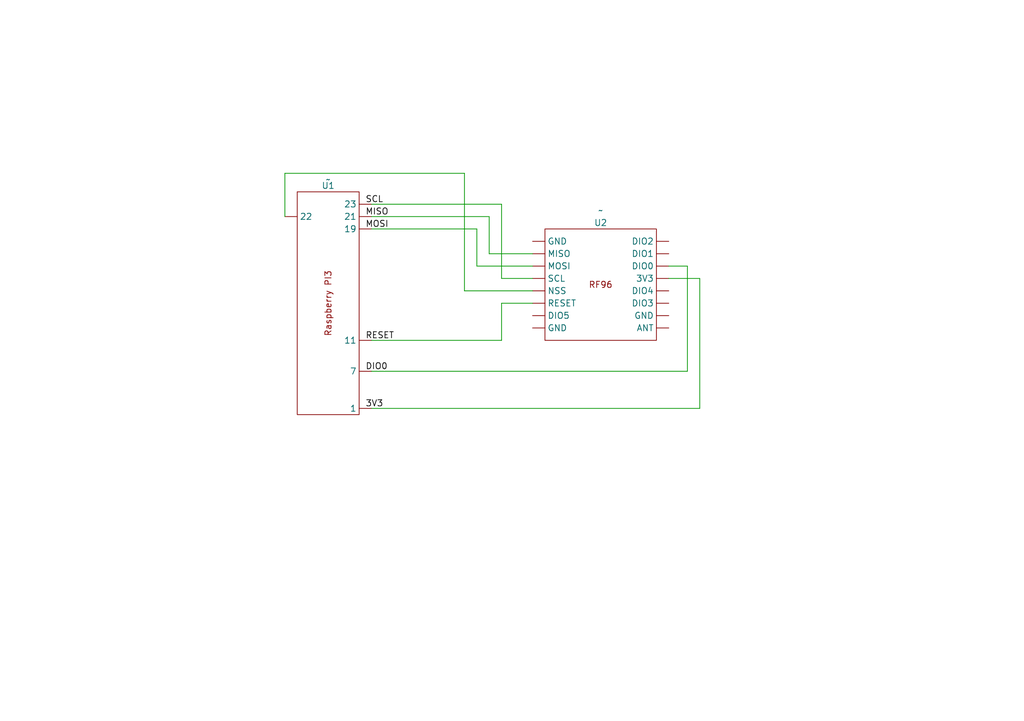
<source format=kicad_sch>
(kicad_sch (version 20230121) (generator eeschema)
  (paper "A5")
  (title_block (title "Gateway Schematic"))
  (lib_symbols
    (symbol "CustomLibrary:RF96"
      (property "Reference" "U" (at 0 0 0))
      (symbol "RF96_0_1"
        (rectangle (start -11.43 -3.81) (end 11.43 -26.67))
      )
      (symbol "RF96_1_1"
        (text "RF96" (at 0 -15.24 0) (effects (font (size 1.27 1.27))))
        (pin bidirectional line (at 13.97 -13.97 180) (length 2.54) (name "3V3") (number ""))
        (pin bidirectional line (at 13.97 -24.13 180) (length 2.54) (name "ANT") (number ""))
        (pin bidirectional line (at 13.97 -11.43 180) (length 2.54) (name "DIO0") (number ""))
        (pin bidirectional line (at 13.97 -8.89 180) (length 2.54) (name "DIO1") (number ""))
        (pin bidirectional line (at 13.97 -6.35 180) (length 2.54) (name "DIO2") (number ""))
        (pin bidirectional line (at 13.97 -19.05 180) (length 2.54) (name "DIO3") (number ""))
        (pin bidirectional line (at 13.97 -16.51 180) (length 2.54) (name "DIO4") (number ""))
        (pin bidirectional line (at -13.97 -21.59 0) (length 2.54) (name "DIO5") (number ""))
        (pin bidirectional line (at -13.97 -24.13 0) (length 2.54) (name "GND") (number ""))
        (pin bidirectional line (at -13.97 -6.35 0) (length 2.54) (name "GND") (number ""))
        (pin bidirectional line (at 13.97 -21.59 180) (length 2.54) (name "GND") (number ""))
        (pin bidirectional line (at -13.97 -8.89 0) (length 2.54) (name "MISO") (number ""))
        (pin bidirectional line (at -13.97 -11.43 0) (length 2.54) (name "MOSI") (number ""))
        (pin bidirectional line (at -13.97 -16.51 0) (length 2.54) (name "NSS") (number ""))
        (pin bidirectional line (at -13.97 -19.05 0) (length 2.54) (name "RESET") (number ""))
        (pin bidirectional line (at -13.97 -13.97 0) (length 2.54) (name "SCL") (number ""))
      )
    )
    (symbol "CustomLibrary:Raspberry_Pi"
      (property "Reference" "U" (at 0 0 0))
      (symbol "Raspberry_Pi_0_1"
        (rectangle (start -6.35 -2.54) (end 6.35 -48.26))
      )
      (symbol "Raspberry_Pi_1_1"
        (text "Raspberry PI3" (at 0 -25.4 900) (effects (font (size 1.27 1.27))))
        (pin bidirectional line (at 8.89 -46.99 180) (length 2.54) (name "1") (number ""))
        (pin bidirectional line (at 8.89 -33.02 180) (length 2.54) (name "11") (number ""))
        (pin bidirectional line (at 8.89 -10.16 180) (length 2.54) (name "19") (number ""))
        (pin bidirectional line (at 8.89 -7.62 180) (length 2.54) (name "21") (number ""))
        (pin bidirectional line (at -8.89 -7.62 0) (length 2.54) (name "22") (number ""))
        (pin bidirectional line (at 8.89 -5.08 180) (length 2.54) (name "23") (number ""))
        (pin bidirectional line (at 8.89 -39.37 180) (length 2.54) (name "7") (number ""))
      )
    )
  )
  (wire (pts (xy 58.42 35.56) (xy 95.25 35.56)))
  (wire (pts (xy 109.22 54.61) (xy 97.79 54.61)))
  (wire (pts (xy 76.2 44.45) (xy 100.33 44.45)))
  (wire (pts (xy 58.42 44.45) (xy 58.42 35.56)))
  (wire (pts (xy 76.2 76.2) (xy 140.97 76.2)))
  (wire (pts (xy 109.22 62.23) (xy 102.87 62.23)))
  (wire (pts (xy 97.79 46.99) (xy 76.2 46.99)))
  (wire (pts (xy 102.87 57.15) (xy 109.22 57.15)))
  (wire (pts (xy 140.97 76.2) (xy 140.97 54.61)))
  (wire (pts (xy 102.87 41.91) (xy 102.87 57.15)))
  (wire (pts (xy 76.2 69.85) (xy 102.87 69.85)))
  (wire (pts (xy 95.25 35.56) (xy 95.25 59.69)))
  (wire (pts (xy 76.2 41.91) (xy 102.87 41.91)))
  (wire (pts (xy 143.51 57.15) (xy 137.16 57.15)))
  (wire (pts (xy 95.25 59.69) (xy 109.22 59.69)))
  (wire (pts (xy 76.2 83.82) (xy 143.51 83.82)))
  (wire (pts (xy 143.51 83.82) (xy 143.51 57.15)))
  (wire (pts (xy 140.97 54.61) (xy 137.16 54.61)))
  (wire (pts (xy 100.33 52.07) (xy 109.22 52.07)))
  (wire (pts (xy 102.87 62.23) (xy 102.87 69.85)))
  (wire (pts (xy 100.33 44.45) (xy 100.33 52.07)))
  (wire (pts (xy 97.79 54.61) (xy 97.79 46.99)))
  (label "3V3" (at 74.93 83.82 0))
  (label "RESET" (at 74.93 69.85 0))
  (label "SCL" (at 74.93 41.91 0))
  (label "MISO" (at 74.93 44.45 0))
  (label "DIO0" (at 74.93 76.2 0))
  (label "MOSI" (at 74.93 46.99 0))
  (symbol (lib_id "CustomLibrary:RF96") (at 123.19 43.18 0) (unit 1)
    (property "Reference" "U2" (at 123.19 45.72 0))
    (property "Value" "~" (at 123.19 43.18 0))
  )
  (symbol (lib_id "CustomLibrary:Raspberry_Pi") (at 67.31 36.83 0) (unit 1)
    (property "Reference" "U1" (at 67.31 38.1 0))
    (property "Value" "~" (at 67.31 36.83 0))
  )
)
</source>
